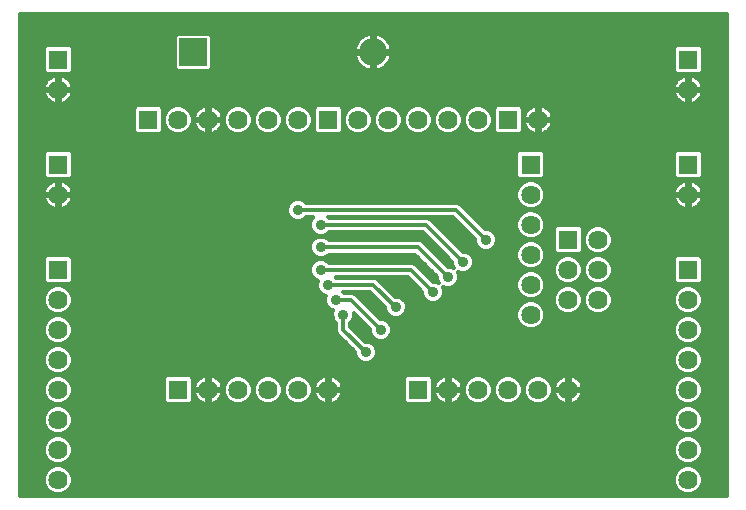
<source format=gbl>
G75*
G70*
%OFA0B0*%
%FSLAX24Y24*%
%IPPOS*%
%LPD*%
%AMOC8*
5,1,8,0,0,1.08239X$1,22.5*
%
%ADD10R,0.0640X0.0640*%
%ADD11C,0.0640*%
%ADD12R,0.0920X0.0920*%
%ADD13C,0.0920*%
%ADD14C,0.0360*%
%ADD15C,0.0120*%
D10*
X005661Y003911D03*
X001661Y007911D03*
X001661Y011411D03*
X004661Y012911D03*
X001661Y014911D03*
X010661Y012911D03*
X016661Y012911D03*
X017411Y011411D03*
X018661Y008911D03*
X022661Y007911D03*
X022661Y011411D03*
X022661Y014911D03*
X013661Y003911D03*
D11*
X014661Y003911D03*
X015661Y003911D03*
X016661Y003911D03*
X017661Y003911D03*
X018661Y003911D03*
X017411Y006411D03*
X018661Y006911D03*
X019661Y006911D03*
X019661Y007911D03*
X018661Y007911D03*
X017411Y007411D03*
X017411Y008411D03*
X017411Y009411D03*
X017411Y010411D03*
X019661Y008911D03*
X022661Y010411D03*
X022661Y006911D03*
X022661Y005911D03*
X022661Y004911D03*
X022661Y003911D03*
X022661Y002911D03*
X022661Y001911D03*
X022661Y000911D03*
X010661Y003911D03*
X009661Y003911D03*
X008661Y003911D03*
X007661Y003911D03*
X006661Y003911D03*
X001661Y003911D03*
X001661Y002911D03*
X001661Y001911D03*
X001661Y000911D03*
X001661Y004911D03*
X001661Y005911D03*
X001661Y006911D03*
X001661Y010411D03*
X005661Y012911D03*
X006661Y012911D03*
X007661Y012911D03*
X008661Y012911D03*
X009661Y012911D03*
X011661Y012911D03*
X012661Y012911D03*
X013661Y012911D03*
X014661Y012911D03*
X015661Y012911D03*
X017661Y012911D03*
X022661Y013911D03*
X001661Y013911D03*
D12*
X006161Y015161D03*
D13*
X012161Y015161D03*
D14*
X012161Y011911D03*
X011161Y011911D03*
X010161Y011911D03*
X009161Y011911D03*
X009661Y009911D03*
X010411Y009411D03*
X010411Y008661D03*
X010411Y007911D03*
X010661Y007411D03*
X010911Y006911D03*
X011161Y006411D03*
X012411Y005911D03*
X012911Y006661D03*
X014161Y007161D03*
X014661Y007661D03*
X015161Y008161D03*
X015911Y008911D03*
X016411Y008011D03*
X011911Y005161D03*
X013161Y011911D03*
X014161Y011911D03*
X015211Y011911D03*
D15*
X000371Y016451D02*
X000371Y000371D01*
X023944Y000371D01*
X023951Y016451D01*
X000371Y016451D01*
X000371Y016402D02*
X023951Y016402D01*
X023951Y016283D02*
X000371Y016283D01*
X000371Y016165D02*
X023951Y016165D01*
X023951Y016046D02*
X000371Y016046D01*
X000371Y015928D02*
X023951Y015928D01*
X023951Y015809D02*
X000371Y015809D01*
X000371Y015690D02*
X005544Y015690D01*
X005541Y015688D02*
X005541Y014635D01*
X005635Y014541D01*
X006688Y014541D01*
X006781Y014635D01*
X006781Y015688D01*
X006688Y015781D01*
X005635Y015781D01*
X005541Y015688D01*
X005541Y015572D02*
X000371Y015572D01*
X000371Y015453D02*
X005541Y015453D01*
X005541Y015335D02*
X002104Y015335D01*
X002141Y015298D02*
X002048Y015391D01*
X001275Y015391D01*
X001181Y015298D01*
X001181Y014525D01*
X001275Y014431D01*
X002048Y014431D01*
X002141Y014525D01*
X002141Y015298D01*
X002141Y015216D02*
X005541Y015216D01*
X005541Y015098D02*
X002141Y015098D01*
X002141Y014979D02*
X005541Y014979D01*
X005541Y014861D02*
X002141Y014861D01*
X002141Y014742D02*
X005541Y014742D01*
X005553Y014624D02*
X002141Y014624D01*
X002121Y014505D02*
X022201Y014505D01*
X022181Y014525D02*
X022275Y014431D01*
X023048Y014431D01*
X023141Y014525D01*
X023141Y015298D01*
X023048Y015391D01*
X022275Y015391D01*
X022181Y015298D01*
X022181Y014525D01*
X022181Y014624D02*
X012472Y014624D01*
X012486Y014631D02*
X012565Y014688D01*
X012634Y014757D01*
X012691Y014836D01*
X012736Y014923D01*
X012766Y015016D01*
X012780Y015106D01*
X012216Y015106D01*
X012216Y014542D01*
X012306Y014557D01*
X012399Y014587D01*
X012486Y014631D01*
X012619Y014742D02*
X022181Y014742D01*
X022181Y014861D02*
X012704Y014861D01*
X012754Y014979D02*
X022181Y014979D01*
X022181Y015098D02*
X012779Y015098D01*
X012780Y015216D02*
X022181Y015216D01*
X022219Y015335D02*
X012757Y015335D01*
X012766Y015306D02*
X012736Y015399D01*
X012691Y015486D01*
X012634Y015565D01*
X012565Y015634D01*
X012486Y015691D01*
X012399Y015736D01*
X012306Y015766D01*
X012216Y015780D01*
X012216Y015216D01*
X012780Y015216D01*
X012766Y015306D01*
X012708Y015453D02*
X023951Y015453D01*
X023951Y015335D02*
X023104Y015335D01*
X023141Y015216D02*
X023951Y015216D01*
X023951Y015098D02*
X023141Y015098D01*
X023141Y014979D02*
X023951Y014979D01*
X023950Y014861D02*
X023141Y014861D01*
X023141Y014742D02*
X023950Y014742D01*
X023950Y014624D02*
X023141Y014624D01*
X023121Y014505D02*
X023950Y014505D01*
X023950Y014386D02*
X022729Y014386D01*
X022704Y014386D02*
X022619Y014386D01*
X022619Y014390D02*
X022549Y014379D01*
X022477Y014356D01*
X022410Y014322D01*
X022349Y014277D01*
X022295Y014224D01*
X022251Y014163D01*
X022216Y014096D01*
X022193Y014024D01*
X022182Y013954D01*
X022619Y013954D01*
X022619Y014390D01*
X022594Y014386D02*
X001729Y014386D01*
X001704Y014386D02*
X001619Y014386D01*
X001619Y014390D02*
X001549Y014379D01*
X001477Y014356D01*
X001410Y014322D01*
X001349Y014277D01*
X001295Y014224D01*
X001251Y014163D01*
X001216Y014096D01*
X001193Y014024D01*
X001182Y013954D01*
X001619Y013954D01*
X001619Y014390D01*
X001594Y014386D02*
X000371Y014386D01*
X000371Y014268D02*
X001339Y014268D01*
X001244Y014149D02*
X000371Y014149D01*
X000371Y014031D02*
X001195Y014031D01*
X001182Y013869D02*
X001193Y013799D01*
X001216Y013727D01*
X001251Y013660D01*
X001295Y013599D01*
X001349Y013545D01*
X001410Y013501D01*
X001477Y013466D01*
X001549Y013443D01*
X001619Y013432D01*
X001619Y013869D01*
X001704Y013869D01*
X001704Y013954D01*
X002140Y013954D01*
X002129Y014024D01*
X002106Y014096D01*
X002072Y014163D01*
X002027Y014224D01*
X001974Y014277D01*
X001913Y014322D01*
X001846Y014356D01*
X001774Y014379D01*
X001704Y014390D01*
X001704Y013954D01*
X001619Y013954D01*
X001619Y013869D01*
X001182Y013869D01*
X001195Y013794D02*
X000371Y013794D01*
X000371Y013912D02*
X001619Y013912D01*
X001704Y013912D02*
X022619Y013912D01*
X022619Y013954D02*
X022619Y013869D01*
X022704Y013869D01*
X022704Y013954D01*
X023140Y013954D01*
X023129Y014024D01*
X023106Y014096D01*
X023072Y014163D01*
X023027Y014224D01*
X022974Y014277D01*
X022913Y014322D01*
X022846Y014356D01*
X022774Y014379D01*
X022704Y014390D01*
X022704Y013954D01*
X022619Y013954D01*
X022619Y014031D02*
X022704Y014031D01*
X022704Y014149D02*
X022619Y014149D01*
X022619Y014268D02*
X022704Y014268D01*
X022983Y014268D02*
X023950Y014268D01*
X023950Y014149D02*
X023079Y014149D01*
X023127Y014031D02*
X023950Y014031D01*
X023950Y013912D02*
X022704Y013912D01*
X022704Y013869D02*
X023140Y013869D01*
X023129Y013799D01*
X023106Y013727D01*
X023072Y013660D01*
X023027Y013599D01*
X022974Y013545D01*
X022913Y013501D01*
X022846Y013466D01*
X022774Y013443D01*
X022704Y013432D01*
X022704Y013869D01*
X022704Y013794D02*
X022619Y013794D01*
X022619Y013869D02*
X022619Y013432D01*
X022549Y013443D01*
X022477Y013466D01*
X022410Y013501D01*
X022349Y013545D01*
X022295Y013599D01*
X022251Y013660D01*
X022216Y013727D01*
X022193Y013799D01*
X022182Y013869D01*
X022619Y013869D01*
X022619Y013675D02*
X022704Y013675D01*
X022704Y013557D02*
X022619Y013557D01*
X022619Y013438D02*
X022704Y013438D01*
X022742Y013438D02*
X023950Y013438D01*
X023950Y013320D02*
X017916Y013320D01*
X017913Y013322D02*
X017846Y013356D01*
X017774Y013379D01*
X017704Y013390D01*
X017704Y012954D01*
X017619Y012954D01*
X017619Y013390D01*
X017549Y013379D01*
X017477Y013356D01*
X017410Y013322D01*
X017349Y013277D01*
X017295Y013224D01*
X017251Y013163D01*
X017216Y013096D01*
X017193Y013024D01*
X017182Y012954D01*
X017619Y012954D01*
X017619Y012869D01*
X017182Y012869D01*
X017193Y012799D01*
X017216Y012727D01*
X017251Y012660D01*
X017295Y012599D01*
X017349Y012545D01*
X017410Y012501D01*
X017477Y012466D01*
X017549Y012443D01*
X017619Y012432D01*
X017619Y012869D01*
X017704Y012869D01*
X017704Y012954D01*
X018140Y012954D01*
X018129Y013024D01*
X018106Y013096D01*
X018072Y013163D01*
X018027Y013224D01*
X017974Y013277D01*
X017913Y013322D01*
X018044Y013201D02*
X023950Y013201D01*
X023950Y013082D02*
X018110Y013082D01*
X018139Y012964D02*
X023950Y012964D01*
X023949Y012845D02*
X018137Y012845D01*
X018140Y012869D02*
X017704Y012869D01*
X017704Y012432D01*
X017774Y012443D01*
X017846Y012466D01*
X017913Y012501D01*
X017974Y012545D01*
X018027Y012599D01*
X018072Y012660D01*
X018106Y012727D01*
X018129Y012799D01*
X018140Y012869D01*
X018106Y012727D02*
X023949Y012727D01*
X023949Y012608D02*
X018034Y012608D01*
X017891Y012490D02*
X023949Y012490D01*
X023949Y012371D02*
X000371Y012371D01*
X000371Y012253D02*
X023949Y012253D01*
X023949Y012134D02*
X000371Y012134D01*
X000371Y012016D02*
X023949Y012016D01*
X023949Y011897D02*
X000371Y011897D01*
X000371Y011779D02*
X001181Y011779D01*
X001181Y011798D02*
X001275Y011891D01*
X002048Y011891D01*
X002141Y011798D01*
X002141Y011025D01*
X002048Y010931D01*
X001275Y010931D01*
X001181Y011025D01*
X001181Y011798D01*
X001181Y011660D02*
X000371Y011660D01*
X000371Y011541D02*
X001181Y011541D01*
X001181Y011423D02*
X000371Y011423D01*
X000371Y011304D02*
X001181Y011304D01*
X001181Y011186D02*
X000371Y011186D01*
X000371Y011067D02*
X001181Y011067D01*
X001258Y010949D02*
X000371Y010949D01*
X000371Y010830D02*
X001426Y010830D01*
X001410Y010822D02*
X001349Y010777D01*
X001295Y010724D01*
X001251Y010663D01*
X001216Y010596D01*
X001193Y010524D01*
X001182Y010454D01*
X001619Y010454D01*
X001619Y010890D01*
X001549Y010879D01*
X001477Y010856D01*
X001410Y010822D01*
X001286Y010712D02*
X000371Y010712D01*
X000371Y010593D02*
X001216Y010593D01*
X001185Y010475D02*
X000371Y010475D01*
X000371Y010356D02*
X001184Y010356D01*
X001182Y010369D02*
X001193Y010299D01*
X001216Y010227D01*
X001251Y010160D01*
X001295Y010099D01*
X001349Y010045D01*
X001410Y010001D01*
X001477Y009966D01*
X001549Y009943D01*
X001619Y009932D01*
X001619Y010369D01*
X001704Y010369D01*
X001704Y010454D01*
X002140Y010454D01*
X002129Y010524D01*
X002106Y010596D01*
X002072Y010663D01*
X002027Y010724D01*
X001974Y010777D01*
X001913Y010822D01*
X001846Y010856D01*
X001774Y010879D01*
X001704Y010890D01*
X001704Y010454D01*
X001619Y010454D01*
X001619Y010369D01*
X001182Y010369D01*
X001213Y010237D02*
X000371Y010237D01*
X000371Y010119D02*
X001280Y010119D01*
X001410Y010000D02*
X000371Y010000D01*
X000371Y009882D02*
X009301Y009882D01*
X009301Y009840D02*
X009356Y009707D01*
X009457Y009606D01*
X009590Y009551D01*
X009733Y009551D01*
X009865Y009606D01*
X009930Y009671D01*
X010162Y009671D01*
X010106Y009615D01*
X010051Y009483D01*
X010051Y009340D01*
X010106Y009207D01*
X010207Y009106D01*
X010340Y009051D01*
X010483Y009051D01*
X010615Y009106D01*
X010680Y009171D01*
X013812Y009171D01*
X014801Y008182D01*
X014801Y008090D01*
X014850Y007973D01*
X014733Y008021D01*
X014641Y008021D01*
X013865Y008797D01*
X013797Y008865D01*
X013709Y008901D01*
X010680Y008901D01*
X010615Y008966D01*
X010483Y009021D01*
X010340Y009021D01*
X010207Y008966D01*
X010106Y008865D01*
X010051Y008733D01*
X010051Y008590D01*
X010106Y008457D01*
X010207Y008356D01*
X010340Y008301D01*
X010483Y008301D01*
X010615Y008356D01*
X010680Y008421D01*
X013562Y008421D01*
X014301Y007682D01*
X014301Y007590D01*
X014350Y007473D01*
X014233Y007521D01*
X014141Y007521D01*
X013615Y008047D01*
X013547Y008115D01*
X013459Y008151D01*
X010680Y008151D01*
X010615Y008216D01*
X010483Y008271D01*
X010340Y008271D01*
X010207Y008216D01*
X010106Y008115D01*
X010051Y007983D01*
X010051Y007840D01*
X010106Y007707D01*
X010207Y007606D01*
X010331Y007555D01*
X010301Y007483D01*
X010301Y007340D01*
X010356Y007207D01*
X010457Y007106D01*
X010581Y007055D01*
X010551Y006983D01*
X010551Y006840D01*
X010606Y006707D01*
X010707Y006606D01*
X010831Y006555D01*
X010801Y006483D01*
X010801Y006340D01*
X010856Y006207D01*
X010921Y006142D01*
X010921Y005864D01*
X010958Y005775D01*
X011025Y005708D01*
X011551Y005182D01*
X011551Y005090D01*
X011606Y004957D01*
X011707Y004856D01*
X011840Y004801D01*
X011983Y004801D01*
X012115Y004856D01*
X012216Y004957D01*
X012271Y005090D01*
X012271Y005233D01*
X012216Y005365D01*
X012115Y005466D01*
X011983Y005521D01*
X011891Y005521D01*
X011401Y006011D01*
X011401Y006142D01*
X011466Y006207D01*
X011776Y006207D01*
X011658Y006326D02*
X011515Y006326D01*
X011521Y006340D02*
X011521Y006462D01*
X012051Y005932D01*
X012051Y005840D01*
X012106Y005707D01*
X012207Y005606D01*
X012340Y005551D01*
X012483Y005551D01*
X012615Y005606D01*
X012716Y005707D01*
X012771Y005840D01*
X012771Y005983D01*
X012716Y006115D01*
X012615Y006216D01*
X012483Y006271D01*
X012391Y006271D01*
X011615Y007047D01*
X011547Y007115D01*
X011459Y007151D01*
X011180Y007151D01*
X011160Y007171D01*
X012062Y007171D01*
X012551Y006682D01*
X012551Y006590D01*
X012606Y006457D01*
X012707Y006356D01*
X012840Y006301D01*
X012983Y006301D01*
X013115Y006356D01*
X013216Y006457D01*
X013271Y006590D01*
X013271Y006733D01*
X013216Y006865D01*
X013115Y006966D01*
X012983Y007021D01*
X012891Y007021D01*
X012365Y007547D01*
X012297Y007615D01*
X012209Y007651D01*
X010930Y007651D01*
X010910Y007671D01*
X013312Y007671D01*
X013801Y007182D01*
X013801Y007090D01*
X013856Y006957D01*
X013957Y006856D01*
X014090Y006801D01*
X014233Y006801D01*
X014365Y006856D01*
X014466Y006957D01*
X014521Y007090D01*
X014521Y007233D01*
X014473Y007350D01*
X014590Y007301D01*
X014733Y007301D01*
X014865Y007356D01*
X014966Y007457D01*
X015021Y007590D01*
X015021Y007733D01*
X014973Y007850D01*
X015090Y007801D01*
X015233Y007801D01*
X015365Y007856D01*
X015466Y007957D01*
X015521Y008090D01*
X015521Y008233D01*
X015466Y008365D01*
X015365Y008466D01*
X015233Y008521D01*
X015141Y008521D01*
X014115Y009547D01*
X014047Y009615D01*
X013959Y009651D01*
X010680Y009651D01*
X010660Y009671D01*
X014812Y009671D01*
X015551Y008932D01*
X015551Y008840D01*
X015606Y008707D01*
X015707Y008606D01*
X015840Y008551D01*
X015983Y008551D01*
X016115Y008606D01*
X016216Y008707D01*
X016271Y008840D01*
X016271Y008983D01*
X016216Y009115D01*
X016115Y009216D01*
X015983Y009271D01*
X015891Y009271D01*
X015115Y010047D01*
X015047Y010115D01*
X014959Y010151D01*
X009930Y010151D01*
X009865Y010216D01*
X009733Y010271D01*
X009590Y010271D01*
X009457Y010216D01*
X009356Y010115D01*
X009301Y009983D01*
X009301Y009840D01*
X009333Y009763D02*
X000371Y009763D01*
X000371Y009645D02*
X009419Y009645D01*
X009661Y009911D02*
X014911Y009911D01*
X015911Y008911D01*
X016243Y009052D02*
X017092Y009052D01*
X017139Y009004D02*
X017316Y008931D01*
X017507Y008931D01*
X017683Y009004D01*
X017818Y009139D01*
X017891Y009316D01*
X017891Y009507D01*
X017818Y009683D01*
X017683Y009818D01*
X017507Y009891D01*
X017316Y009891D01*
X017139Y009818D01*
X017004Y009683D01*
X016931Y009507D01*
X016931Y009316D01*
X017004Y009139D01*
X017139Y009004D01*
X017310Y008933D02*
X016271Y008933D01*
X016261Y008815D02*
X017136Y008815D01*
X017139Y008818D02*
X017004Y008683D01*
X016931Y008507D01*
X016931Y008316D01*
X017004Y008139D01*
X017139Y008004D01*
X017316Y007931D01*
X017507Y007931D01*
X017683Y008004D01*
X017818Y008139D01*
X017891Y008316D01*
X017891Y008507D01*
X017818Y008683D01*
X017683Y008818D01*
X017507Y008891D01*
X017316Y008891D01*
X017139Y008818D01*
X017018Y008696D02*
X016205Y008696D01*
X016047Y008578D02*
X016961Y008578D01*
X016931Y008459D02*
X015372Y008459D01*
X015477Y008341D02*
X016931Y008341D01*
X016970Y008222D02*
X015521Y008222D01*
X015521Y008104D02*
X017040Y008104D01*
X017186Y007985D02*
X015478Y007985D01*
X015376Y007867D02*
X017256Y007867D01*
X017316Y007891D02*
X017139Y007818D01*
X017004Y007683D01*
X016931Y007507D01*
X016931Y007316D01*
X017004Y007139D01*
X017139Y007004D01*
X017316Y006931D01*
X017507Y006931D01*
X017683Y007004D01*
X017818Y007139D01*
X017891Y007316D01*
X017891Y007507D01*
X017818Y007683D01*
X017683Y007818D01*
X017507Y007891D01*
X017316Y007891D01*
X017566Y007867D02*
X018181Y007867D01*
X018181Y007816D02*
X018254Y007639D01*
X018389Y007504D01*
X018566Y007431D01*
X018757Y007431D01*
X018933Y007504D01*
X019068Y007639D01*
X019141Y007816D01*
X019141Y008007D01*
X019068Y008183D01*
X018933Y008318D01*
X018757Y008391D01*
X018566Y008391D01*
X018389Y008318D01*
X018254Y008183D01*
X018181Y008007D01*
X018181Y007816D01*
X018209Y007748D02*
X017753Y007748D01*
X017840Y007629D02*
X018264Y007629D01*
X018383Y007511D02*
X017889Y007511D01*
X017891Y007392D02*
X023947Y007392D01*
X023947Y007274D02*
X022977Y007274D01*
X022933Y007318D02*
X022757Y007391D01*
X022566Y007391D01*
X022389Y007318D01*
X022254Y007183D01*
X022181Y007007D01*
X022181Y006816D01*
X022254Y006639D01*
X022389Y006504D01*
X022566Y006431D01*
X022757Y006431D01*
X022933Y006504D01*
X023068Y006639D01*
X023141Y006816D01*
X023141Y007007D01*
X023068Y007183D01*
X022933Y007318D01*
X023048Y007431D02*
X023141Y007525D01*
X023141Y008298D01*
X023048Y008391D01*
X022275Y008391D01*
X022181Y008298D01*
X022181Y007525D01*
X022275Y007431D01*
X023048Y007431D01*
X023127Y007511D02*
X023947Y007511D01*
X023947Y007629D02*
X023141Y007629D01*
X023141Y007748D02*
X023947Y007748D01*
X023947Y007867D02*
X023141Y007867D01*
X023141Y007985D02*
X023947Y007985D01*
X023947Y008104D02*
X023141Y008104D01*
X023141Y008222D02*
X023947Y008222D01*
X023947Y008341D02*
X023098Y008341D01*
X022224Y008341D02*
X019879Y008341D01*
X019933Y008318D02*
X019757Y008391D01*
X019566Y008391D01*
X019389Y008318D01*
X019254Y008183D01*
X019181Y008007D01*
X019181Y007816D01*
X019254Y007639D01*
X019389Y007504D01*
X019566Y007431D01*
X019757Y007431D01*
X019933Y007504D01*
X020068Y007639D01*
X020141Y007816D01*
X020141Y008007D01*
X020068Y008183D01*
X019933Y008318D01*
X020029Y008222D02*
X022181Y008222D01*
X022181Y008104D02*
X020101Y008104D01*
X020141Y007985D02*
X022181Y007985D01*
X022181Y007867D02*
X020141Y007867D01*
X020113Y007748D02*
X022181Y007748D01*
X022181Y007629D02*
X020058Y007629D01*
X019940Y007511D02*
X022195Y007511D01*
X022345Y007274D02*
X019977Y007274D01*
X019933Y007318D02*
X020068Y007183D01*
X020141Y007007D01*
X020141Y006816D01*
X020068Y006639D01*
X019933Y006504D01*
X019757Y006431D01*
X019566Y006431D01*
X019389Y006504D01*
X019254Y006639D01*
X019181Y006816D01*
X019181Y007007D01*
X019254Y007183D01*
X019389Y007318D01*
X019566Y007391D01*
X019757Y007391D01*
X019933Y007318D01*
X020080Y007155D02*
X022243Y007155D01*
X022194Y007037D02*
X020129Y007037D01*
X020141Y006918D02*
X022181Y006918D01*
X022188Y006800D02*
X020135Y006800D01*
X020085Y006681D02*
X022237Y006681D01*
X022331Y006563D02*
X019991Y006563D01*
X019788Y006444D02*
X022535Y006444D01*
X022566Y006391D02*
X022389Y006318D01*
X022254Y006183D01*
X022181Y006007D01*
X022181Y005816D01*
X022254Y005639D01*
X022389Y005504D01*
X022566Y005431D01*
X022757Y005431D01*
X022933Y005504D01*
X023068Y005639D01*
X023141Y005816D01*
X023141Y006007D01*
X023068Y006183D01*
X022933Y006318D01*
X022757Y006391D01*
X022566Y006391D01*
X022407Y006326D02*
X017891Y006326D01*
X017891Y006316D02*
X017818Y006139D01*
X017683Y006004D01*
X017507Y005931D01*
X017316Y005931D01*
X017139Y006004D01*
X017004Y006139D01*
X016931Y006316D01*
X016931Y006507D01*
X017004Y006683D01*
X017139Y006818D01*
X017316Y006891D01*
X017507Y006891D01*
X017683Y006818D01*
X017818Y006683D01*
X017891Y006507D01*
X017891Y006316D01*
X017846Y006207D02*
X022278Y006207D01*
X022215Y006088D02*
X017767Y006088D01*
X017600Y005970D02*
X022181Y005970D01*
X022181Y005851D02*
X012771Y005851D01*
X012771Y005970D02*
X017222Y005970D01*
X017055Y006088D02*
X012728Y006088D01*
X012625Y006207D02*
X016976Y006207D01*
X016931Y006326D02*
X013041Y006326D01*
X013203Y006444D02*
X016931Y006444D01*
X016954Y006563D02*
X013260Y006563D01*
X013271Y006681D02*
X017004Y006681D01*
X017121Y006800D02*
X013244Y006800D01*
X013163Y006918D02*
X013895Y006918D01*
X013823Y007037D02*
X012875Y007037D01*
X012757Y007155D02*
X013801Y007155D01*
X013709Y007274D02*
X012638Y007274D01*
X012519Y007392D02*
X013591Y007392D01*
X013472Y007511D02*
X012401Y007511D01*
X012261Y007629D02*
X013354Y007629D01*
X013411Y007911D02*
X010411Y007911D01*
X010089Y007748D02*
X002141Y007748D01*
X002141Y007629D02*
X010184Y007629D01*
X010313Y007511D02*
X002127Y007511D01*
X002141Y007525D02*
X002141Y008298D01*
X002048Y008391D01*
X001275Y008391D01*
X001181Y008298D01*
X001181Y007525D01*
X001275Y007431D01*
X002048Y007431D01*
X002141Y007525D01*
X001933Y007318D02*
X001757Y007391D01*
X001566Y007391D01*
X001389Y007318D01*
X001254Y007183D01*
X001181Y007007D01*
X001181Y006816D01*
X001254Y006639D01*
X001389Y006504D01*
X001566Y006431D01*
X001757Y006431D01*
X001933Y006504D01*
X002068Y006639D01*
X002141Y006816D01*
X002141Y007007D01*
X002068Y007183D01*
X001933Y007318D01*
X001977Y007274D02*
X010328Y007274D01*
X010301Y007392D02*
X000371Y007392D01*
X000371Y007274D02*
X001345Y007274D01*
X001243Y007155D02*
X000371Y007155D01*
X000371Y007037D02*
X001194Y007037D01*
X001181Y006918D02*
X000371Y006918D01*
X000371Y006800D02*
X001188Y006800D01*
X001237Y006681D02*
X000371Y006681D01*
X000371Y006563D02*
X001331Y006563D01*
X001535Y006444D02*
X000371Y006444D01*
X000371Y006326D02*
X001407Y006326D01*
X001389Y006318D02*
X001254Y006183D01*
X001181Y006007D01*
X001181Y005816D01*
X001254Y005639D01*
X001389Y005504D01*
X001566Y005431D01*
X001757Y005431D01*
X001933Y005504D01*
X002068Y005639D01*
X002141Y005816D01*
X002141Y006007D01*
X002068Y006183D01*
X001933Y006318D01*
X001757Y006391D01*
X001566Y006391D01*
X001389Y006318D01*
X001278Y006207D02*
X000371Y006207D01*
X000371Y006088D02*
X001215Y006088D01*
X001181Y005970D02*
X000371Y005970D01*
X000371Y005851D02*
X001181Y005851D01*
X001216Y005733D02*
X000371Y005733D01*
X000371Y005614D02*
X001279Y005614D01*
X001410Y005496D02*
X000371Y005496D01*
X000371Y005377D02*
X001532Y005377D01*
X001566Y005391D02*
X001389Y005318D01*
X001254Y005183D01*
X001181Y005007D01*
X001181Y004816D01*
X001254Y004639D01*
X001389Y004504D01*
X001566Y004431D01*
X001757Y004431D01*
X001933Y004504D01*
X002068Y004639D01*
X002141Y004816D01*
X002141Y005007D01*
X002068Y005183D01*
X001933Y005318D01*
X001757Y005391D01*
X001566Y005391D01*
X001791Y005377D02*
X011356Y005377D01*
X011474Y005259D02*
X001993Y005259D01*
X002086Y005140D02*
X011551Y005140D01*
X011579Y005022D02*
X002135Y005022D01*
X002141Y004903D02*
X011660Y004903D01*
X011911Y005161D02*
X011161Y005911D01*
X011161Y006411D01*
X010801Y006444D02*
X001788Y006444D01*
X001915Y006326D02*
X010807Y006326D01*
X010856Y006207D02*
X002044Y006207D01*
X002107Y006088D02*
X010921Y006088D01*
X010921Y005970D02*
X002141Y005970D01*
X002141Y005851D02*
X010926Y005851D01*
X011000Y005733D02*
X002107Y005733D01*
X002043Y005614D02*
X011119Y005614D01*
X011237Y005496D02*
X001912Y005496D01*
X001330Y005259D02*
X000371Y005259D01*
X000371Y005140D02*
X001236Y005140D01*
X001187Y005022D02*
X000371Y005022D01*
X000371Y004903D02*
X001181Y004903D01*
X001194Y004784D02*
X000371Y004784D01*
X000371Y004666D02*
X001243Y004666D01*
X001346Y004547D02*
X000371Y004547D01*
X000371Y004429D02*
X023945Y004429D01*
X023946Y004547D02*
X022976Y004547D01*
X022933Y004504D02*
X023068Y004639D01*
X023141Y004816D01*
X023141Y005007D01*
X023068Y005183D01*
X022933Y005318D01*
X022757Y005391D01*
X022566Y005391D01*
X022389Y005318D01*
X022254Y005183D01*
X022181Y005007D01*
X022181Y004816D01*
X022254Y004639D01*
X022389Y004504D01*
X022566Y004431D01*
X022757Y004431D01*
X022933Y004504D01*
X022933Y004318D02*
X022757Y004391D01*
X022566Y004391D01*
X022389Y004318D01*
X022254Y004183D01*
X022181Y004007D01*
X022181Y003816D01*
X022254Y003639D01*
X022389Y003504D01*
X022566Y003431D01*
X022757Y003431D01*
X022933Y003504D01*
X023068Y003639D01*
X023141Y003816D01*
X023141Y004007D01*
X023068Y004183D01*
X022933Y004318D01*
X022941Y004310D02*
X023945Y004310D01*
X023945Y004192D02*
X023060Y004192D01*
X023114Y004073D02*
X023945Y004073D01*
X023945Y003955D02*
X023141Y003955D01*
X023141Y003836D02*
X023945Y003836D01*
X023945Y003718D02*
X023101Y003718D01*
X023028Y003599D02*
X023945Y003599D01*
X023945Y003480D02*
X022876Y003480D01*
X022827Y003362D02*
X023945Y003362D01*
X023945Y003243D02*
X023008Y003243D01*
X023068Y003183D02*
X022933Y003318D01*
X022757Y003391D01*
X022566Y003391D01*
X022389Y003318D01*
X022254Y003183D01*
X022181Y003007D01*
X022181Y002816D01*
X022254Y002639D01*
X022389Y002504D01*
X022566Y002431D01*
X022757Y002431D01*
X022933Y002504D01*
X023068Y002639D01*
X023141Y002816D01*
X023141Y003007D01*
X023068Y003183D01*
X023092Y003125D02*
X023945Y003125D01*
X023945Y003006D02*
X023141Y003006D01*
X023141Y002888D02*
X023945Y002888D01*
X023945Y002769D02*
X023122Y002769D01*
X023073Y002651D02*
X023945Y002651D01*
X023945Y002532D02*
X022961Y002532D01*
X022933Y002318D02*
X022757Y002391D01*
X022566Y002391D01*
X022389Y002318D01*
X022254Y002183D01*
X022181Y002007D01*
X022181Y001816D01*
X022254Y001639D01*
X022389Y001504D01*
X022566Y001431D01*
X022757Y001431D01*
X022933Y001504D01*
X023068Y001639D01*
X023141Y001816D01*
X023141Y002007D01*
X023068Y002183D01*
X022933Y002318D01*
X022956Y002295D02*
X023944Y002295D01*
X023944Y002176D02*
X023071Y002176D01*
X023120Y002058D02*
X023944Y002058D01*
X023944Y001939D02*
X023141Y001939D01*
X023141Y001821D02*
X023944Y001821D01*
X023944Y001702D02*
X023094Y001702D01*
X023013Y001584D02*
X023944Y001584D01*
X023944Y001465D02*
X022839Y001465D01*
X022757Y001391D02*
X022566Y001391D01*
X022389Y001318D01*
X022254Y001183D01*
X022181Y001007D01*
X022181Y000816D01*
X022254Y000639D01*
X022389Y000504D01*
X022566Y000431D01*
X022757Y000431D01*
X022933Y000504D01*
X023068Y000639D01*
X023141Y000816D01*
X023141Y001007D01*
X023068Y001183D01*
X022933Y001318D01*
X022757Y001391D01*
X022864Y001347D02*
X023944Y001347D01*
X023944Y001228D02*
X023023Y001228D01*
X023099Y001110D02*
X023944Y001110D01*
X023944Y000991D02*
X023141Y000991D01*
X023141Y000873D02*
X023944Y000873D01*
X023944Y000754D02*
X023116Y000754D01*
X023064Y000635D02*
X023944Y000635D01*
X023944Y000517D02*
X022946Y000517D01*
X022377Y000517D02*
X001946Y000517D01*
X001933Y000504D02*
X002068Y000639D01*
X002141Y000816D01*
X002141Y001007D01*
X002068Y001183D01*
X001933Y001318D01*
X001757Y001391D01*
X001566Y001391D01*
X001389Y001318D01*
X001254Y001183D01*
X001181Y001007D01*
X001181Y000816D01*
X001254Y000639D01*
X001389Y000504D01*
X001566Y000431D01*
X001757Y000431D01*
X001933Y000504D01*
X002064Y000635D02*
X022258Y000635D01*
X022207Y000754D02*
X002116Y000754D01*
X002141Y000873D02*
X022181Y000873D01*
X022181Y000991D02*
X002141Y000991D01*
X002099Y001110D02*
X022224Y001110D01*
X022299Y001228D02*
X002023Y001228D01*
X001864Y001347D02*
X022458Y001347D01*
X022484Y001465D02*
X001839Y001465D01*
X001757Y001431D02*
X001933Y001504D01*
X002068Y001639D01*
X002141Y001816D01*
X002141Y002007D01*
X002068Y002183D01*
X001933Y002318D01*
X001757Y002391D01*
X001566Y002391D01*
X001389Y002318D01*
X001254Y002183D01*
X001181Y002007D01*
X001181Y001816D01*
X001254Y001639D01*
X001389Y001504D01*
X001566Y001431D01*
X001757Y001431D01*
X001484Y001465D02*
X000371Y001465D01*
X000371Y001347D02*
X001458Y001347D01*
X001299Y001228D02*
X000371Y001228D01*
X000371Y001110D02*
X001224Y001110D01*
X001181Y000991D02*
X000371Y000991D01*
X000371Y000873D02*
X001181Y000873D01*
X001207Y000754D02*
X000371Y000754D01*
X000371Y000635D02*
X001258Y000635D01*
X001377Y000517D02*
X000371Y000517D01*
X000371Y000398D02*
X023944Y000398D01*
X022310Y001584D02*
X002013Y001584D01*
X002094Y001702D02*
X022228Y001702D01*
X022181Y001821D02*
X002141Y001821D01*
X002141Y001939D02*
X022181Y001939D01*
X022202Y002058D02*
X002120Y002058D01*
X002071Y002176D02*
X022252Y002176D01*
X022366Y002295D02*
X001956Y002295D01*
X001933Y002504D02*
X002068Y002639D01*
X002141Y002816D01*
X002141Y003007D01*
X002068Y003183D01*
X001933Y003318D01*
X001757Y003391D01*
X001566Y003391D01*
X001389Y003318D01*
X001254Y003183D01*
X001181Y003007D01*
X001181Y002816D01*
X001254Y002639D01*
X001389Y002504D01*
X001566Y002431D01*
X001757Y002431D01*
X001933Y002504D01*
X001961Y002532D02*
X022362Y002532D01*
X022250Y002651D02*
X002073Y002651D01*
X002122Y002769D02*
X022201Y002769D01*
X022181Y002888D02*
X002141Y002888D01*
X002141Y003006D02*
X022181Y003006D01*
X022230Y003125D02*
X002092Y003125D01*
X002008Y003243D02*
X022315Y003243D01*
X022495Y003362D02*
X001827Y003362D01*
X001757Y003431D02*
X001566Y003431D01*
X001389Y003504D01*
X001254Y003639D01*
X001181Y003816D01*
X001181Y004007D01*
X001254Y004183D01*
X001389Y004318D01*
X001566Y004391D01*
X001757Y004391D01*
X001933Y004318D01*
X002068Y004183D01*
X002141Y004007D01*
X002141Y003816D01*
X002068Y003639D01*
X001933Y003504D01*
X001757Y003431D01*
X001876Y003480D02*
X005226Y003480D01*
X005181Y003525D02*
X005275Y003431D01*
X006048Y003431D01*
X006141Y003525D01*
X006141Y004298D01*
X006048Y004391D01*
X005275Y004391D01*
X005181Y004298D01*
X005181Y003525D01*
X005181Y003599D02*
X002028Y003599D01*
X002101Y003718D02*
X005181Y003718D01*
X005181Y003836D02*
X002141Y003836D01*
X002141Y003955D02*
X005181Y003955D01*
X005181Y004073D02*
X002114Y004073D01*
X002060Y004192D02*
X005181Y004192D01*
X005194Y004310D02*
X001941Y004310D01*
X001976Y004547D02*
X022346Y004547D01*
X022243Y004666D02*
X002079Y004666D01*
X002128Y004784D02*
X022194Y004784D01*
X022181Y004903D02*
X012162Y004903D01*
X012243Y005022D02*
X022187Y005022D01*
X022236Y005140D02*
X012271Y005140D01*
X012261Y005259D02*
X022330Y005259D01*
X022532Y005377D02*
X012204Y005377D01*
X012044Y005496D02*
X022410Y005496D01*
X022279Y005614D02*
X012623Y005614D01*
X012727Y005733D02*
X022216Y005733D01*
X022791Y005377D02*
X023946Y005377D01*
X023946Y005259D02*
X022993Y005259D01*
X023086Y005140D02*
X023946Y005140D01*
X023946Y005022D02*
X023135Y005022D01*
X023141Y004903D02*
X023946Y004903D01*
X023946Y004784D02*
X023128Y004784D01*
X023079Y004666D02*
X023946Y004666D01*
X023946Y005496D02*
X022912Y005496D01*
X023043Y005614D02*
X023946Y005614D01*
X023946Y005733D02*
X023107Y005733D01*
X023141Y005851D02*
X023946Y005851D01*
X023946Y005970D02*
X023141Y005970D01*
X023107Y006088D02*
X023946Y006088D01*
X023946Y006207D02*
X023044Y006207D01*
X022915Y006326D02*
X023946Y006326D01*
X023946Y006444D02*
X022788Y006444D01*
X022991Y006563D02*
X023946Y006563D01*
X023947Y006681D02*
X023085Y006681D01*
X023135Y006800D02*
X023947Y006800D01*
X023947Y006918D02*
X023141Y006918D01*
X023129Y007037D02*
X023947Y007037D01*
X023947Y007155D02*
X023080Y007155D01*
X023947Y008459D02*
X019824Y008459D01*
X019757Y008431D02*
X019933Y008504D01*
X020068Y008639D01*
X020141Y008816D01*
X020141Y009007D01*
X020068Y009183D01*
X019933Y009318D01*
X019757Y009391D01*
X019566Y009391D01*
X019389Y009318D01*
X019254Y009183D01*
X019181Y009007D01*
X019181Y008816D01*
X019254Y008639D01*
X019389Y008504D01*
X019566Y008431D01*
X019757Y008431D01*
X019498Y008459D02*
X019076Y008459D01*
X019048Y008431D02*
X019141Y008525D01*
X019141Y009298D01*
X019048Y009391D01*
X018275Y009391D01*
X018181Y009298D01*
X018181Y008525D01*
X018275Y008431D01*
X019048Y008431D01*
X019141Y008578D02*
X019316Y008578D01*
X019231Y008696D02*
X019141Y008696D01*
X019141Y008815D02*
X019182Y008815D01*
X019181Y008933D02*
X019141Y008933D01*
X019141Y009052D02*
X019200Y009052D01*
X019249Y009171D02*
X019141Y009171D01*
X019141Y009289D02*
X019360Y009289D01*
X019962Y009289D02*
X023948Y009289D01*
X023948Y009171D02*
X020073Y009171D01*
X020122Y009052D02*
X023948Y009052D01*
X023948Y008933D02*
X020141Y008933D01*
X020141Y008815D02*
X023948Y008815D01*
X023947Y008696D02*
X020092Y008696D01*
X020007Y008578D02*
X023947Y008578D01*
X023948Y009408D02*
X017891Y009408D01*
X017883Y009526D02*
X023948Y009526D01*
X023948Y009645D02*
X017834Y009645D01*
X017738Y009763D02*
X023948Y009763D01*
X023948Y009882D02*
X017529Y009882D01*
X017507Y009931D02*
X017683Y010004D01*
X017818Y010139D01*
X017891Y010316D01*
X017891Y010507D01*
X017818Y010683D01*
X017683Y010818D01*
X017507Y010891D01*
X017316Y010891D01*
X017139Y010818D01*
X017004Y010683D01*
X016931Y010507D01*
X016931Y010316D01*
X017004Y010139D01*
X017139Y010004D01*
X017316Y009931D01*
X017507Y009931D01*
X017674Y010000D02*
X022410Y010000D01*
X022410Y010001D02*
X022477Y009966D01*
X022549Y009943D01*
X022619Y009932D01*
X022619Y010369D01*
X022704Y010369D01*
X022704Y010454D01*
X023140Y010454D01*
X023129Y010524D01*
X023106Y010596D01*
X023072Y010663D01*
X023027Y010724D01*
X022974Y010777D01*
X022913Y010822D01*
X022846Y010856D01*
X022774Y010879D01*
X022704Y010890D01*
X022704Y010454D01*
X022619Y010454D01*
X022619Y010890D01*
X022549Y010879D01*
X022477Y010856D01*
X022410Y010822D01*
X022349Y010777D01*
X022295Y010724D01*
X022251Y010663D01*
X022216Y010596D01*
X022193Y010524D01*
X022182Y010454D01*
X022619Y010454D01*
X022619Y010369D01*
X022182Y010369D01*
X022193Y010299D01*
X022216Y010227D01*
X022251Y010160D01*
X022295Y010099D01*
X022349Y010045D01*
X022410Y010001D01*
X022280Y010119D02*
X017798Y010119D01*
X017859Y010237D02*
X022213Y010237D01*
X022184Y010356D02*
X017891Y010356D01*
X017891Y010475D02*
X022185Y010475D01*
X022216Y010593D02*
X017855Y010593D01*
X017790Y010712D02*
X022286Y010712D01*
X022426Y010830D02*
X017654Y010830D01*
X017798Y010931D02*
X017891Y011025D01*
X017891Y011798D01*
X017798Y011891D01*
X017025Y011891D01*
X016931Y011798D01*
X016931Y011025D01*
X017025Y010931D01*
X017798Y010931D01*
X017815Y010949D02*
X022258Y010949D01*
X022275Y010931D02*
X022181Y011025D01*
X022181Y011798D01*
X022275Y011891D01*
X023048Y011891D01*
X023141Y011798D01*
X023141Y011025D01*
X023048Y010931D01*
X022275Y010931D01*
X022181Y011067D02*
X017891Y011067D01*
X017891Y011186D02*
X022181Y011186D01*
X022181Y011304D02*
X017891Y011304D01*
X017891Y011423D02*
X022181Y011423D01*
X022181Y011541D02*
X017891Y011541D01*
X017891Y011660D02*
X022181Y011660D01*
X022181Y011779D02*
X017891Y011779D01*
X016931Y011779D02*
X002141Y011779D01*
X002141Y011660D02*
X016931Y011660D01*
X016931Y011541D02*
X002141Y011541D01*
X002141Y011423D02*
X016931Y011423D01*
X016931Y011304D02*
X002141Y011304D01*
X002141Y011186D02*
X016931Y011186D01*
X016931Y011067D02*
X002141Y011067D01*
X002065Y010949D02*
X017008Y010949D01*
X017168Y010830D02*
X001896Y010830D01*
X002036Y010712D02*
X017033Y010712D01*
X016967Y010593D02*
X002107Y010593D01*
X002137Y010475D02*
X016931Y010475D01*
X016931Y010356D02*
X002138Y010356D01*
X002140Y010369D02*
X001704Y010369D01*
X001704Y009932D01*
X001774Y009943D01*
X001846Y009966D01*
X001913Y010001D01*
X001974Y010045D01*
X002027Y010099D01*
X002072Y010160D01*
X002106Y010227D01*
X002129Y010299D01*
X002140Y010369D01*
X002109Y010237D02*
X009508Y010237D01*
X009360Y010119D02*
X002042Y010119D01*
X001912Y010000D02*
X009309Y010000D01*
X009814Y010237D02*
X016964Y010237D01*
X017025Y010119D02*
X015037Y010119D01*
X015162Y010000D02*
X017149Y010000D01*
X017293Y009882D02*
X015280Y009882D01*
X015399Y009763D02*
X017084Y009763D01*
X016988Y009645D02*
X015517Y009645D01*
X015636Y009526D02*
X016939Y009526D01*
X016931Y009408D02*
X015754Y009408D01*
X015873Y009289D02*
X016942Y009289D01*
X016991Y009171D02*
X016161Y009171D01*
X015550Y008933D02*
X014728Y008933D01*
X014847Y008815D02*
X015561Y008815D01*
X015617Y008696D02*
X014966Y008696D01*
X015084Y008578D02*
X015775Y008578D01*
X015161Y008161D02*
X013911Y009411D01*
X010411Y009411D01*
X010051Y009408D02*
X000371Y009408D01*
X000371Y009526D02*
X010069Y009526D01*
X010136Y009645D02*
X009904Y009645D01*
X010072Y009289D02*
X000371Y009289D01*
X000371Y009171D02*
X010143Y009171D01*
X010338Y009052D02*
X000371Y009052D01*
X000371Y008933D02*
X010174Y008933D01*
X010085Y008815D02*
X000371Y008815D01*
X000371Y008696D02*
X010051Y008696D01*
X010056Y008578D02*
X000371Y008578D01*
X000371Y008459D02*
X010105Y008459D01*
X010244Y008341D02*
X002098Y008341D01*
X002141Y008222D02*
X010221Y008222D01*
X010101Y008104D02*
X002141Y008104D01*
X002141Y007985D02*
X010052Y007985D01*
X010051Y007867D02*
X002141Y007867D01*
X001224Y008341D02*
X000371Y008341D01*
X000371Y008222D02*
X001181Y008222D01*
X001181Y008104D02*
X000371Y008104D01*
X000371Y007985D02*
X001181Y007985D01*
X001181Y007867D02*
X000371Y007867D01*
X000371Y007748D02*
X001181Y007748D01*
X001181Y007629D02*
X000371Y007629D01*
X000371Y007511D02*
X001195Y007511D01*
X002080Y007155D02*
X010408Y007155D01*
X010574Y007037D02*
X002129Y007037D01*
X002141Y006918D02*
X010551Y006918D01*
X010568Y006800D02*
X002135Y006800D01*
X002085Y006681D02*
X010632Y006681D01*
X010812Y006563D02*
X001991Y006563D01*
X001381Y004310D02*
X000371Y004310D01*
X000371Y004192D02*
X001263Y004192D01*
X001209Y004073D02*
X000371Y004073D01*
X000371Y003955D02*
X001181Y003955D01*
X001181Y003836D02*
X000371Y003836D01*
X000371Y003718D02*
X001222Y003718D01*
X001295Y003599D02*
X000371Y003599D01*
X000371Y003480D02*
X001447Y003480D01*
X001495Y003362D02*
X000371Y003362D01*
X000371Y003243D02*
X001315Y003243D01*
X001230Y003125D02*
X000371Y003125D01*
X000371Y003006D02*
X001181Y003006D01*
X001181Y002888D02*
X000371Y002888D01*
X000371Y002769D02*
X001201Y002769D01*
X001250Y002651D02*
X000371Y002651D01*
X000371Y002532D02*
X001362Y002532D01*
X001366Y002295D02*
X000371Y002295D01*
X000371Y002176D02*
X001252Y002176D01*
X001202Y002058D02*
X000371Y002058D01*
X000371Y001939D02*
X001181Y001939D01*
X001181Y001821D02*
X000371Y001821D01*
X000371Y001702D02*
X001228Y001702D01*
X001310Y001584D02*
X000371Y001584D01*
X000371Y002414D02*
X023944Y002414D01*
X022447Y003480D02*
X018873Y003480D01*
X018846Y003466D02*
X018913Y003501D01*
X018974Y003545D01*
X019027Y003599D01*
X019072Y003660D01*
X019106Y003727D01*
X019129Y003799D01*
X019140Y003869D01*
X018704Y003869D01*
X018704Y003954D01*
X018619Y003954D01*
X018619Y004390D01*
X018549Y004379D01*
X018477Y004356D01*
X018410Y004322D01*
X018349Y004277D01*
X018295Y004224D01*
X018251Y004163D01*
X018216Y004096D01*
X018193Y004024D01*
X018182Y003954D01*
X018619Y003954D01*
X018619Y003869D01*
X018182Y003869D01*
X018193Y003799D01*
X018216Y003727D01*
X018251Y003660D01*
X018295Y003599D01*
X018028Y003599D01*
X018068Y003639D02*
X018141Y003816D01*
X018141Y004007D01*
X018068Y004183D01*
X017933Y004318D01*
X017757Y004391D01*
X017566Y004391D01*
X017389Y004318D01*
X017254Y004183D01*
X017181Y004007D01*
X017181Y003816D01*
X017254Y003639D01*
X017389Y003504D01*
X017566Y003431D01*
X017757Y003431D01*
X017933Y003504D01*
X018068Y003639D01*
X018101Y003718D02*
X018221Y003718D01*
X018187Y003836D02*
X018141Y003836D01*
X018141Y003955D02*
X018182Y003955D01*
X018209Y004073D02*
X018114Y004073D01*
X018060Y004192D02*
X018272Y004192D01*
X018394Y004310D02*
X017941Y004310D01*
X017381Y004310D02*
X016941Y004310D01*
X016933Y004318D02*
X016757Y004391D01*
X016566Y004391D01*
X016389Y004318D01*
X016254Y004183D01*
X016181Y004007D01*
X016181Y003816D01*
X016254Y003639D01*
X016389Y003504D01*
X016566Y003431D01*
X016757Y003431D01*
X016933Y003504D01*
X017068Y003639D01*
X017141Y003816D01*
X017141Y004007D01*
X017068Y004183D01*
X016933Y004318D01*
X017060Y004192D02*
X017263Y004192D01*
X017209Y004073D02*
X017114Y004073D01*
X017141Y003955D02*
X017181Y003955D01*
X017181Y003836D02*
X017141Y003836D01*
X017101Y003718D02*
X017222Y003718D01*
X017295Y003599D02*
X017028Y003599D01*
X016876Y003480D02*
X017447Y003480D01*
X017876Y003480D02*
X018449Y003480D01*
X018477Y003466D02*
X018549Y003443D01*
X018619Y003432D01*
X018619Y003869D01*
X018704Y003869D01*
X018704Y003432D01*
X018774Y003443D01*
X018846Y003466D01*
X018704Y003480D02*
X018619Y003480D01*
X018619Y003599D02*
X018704Y003599D01*
X018704Y003718D02*
X018619Y003718D01*
X018619Y003836D02*
X018704Y003836D01*
X018704Y003954D02*
X019140Y003954D01*
X019129Y004024D01*
X019106Y004096D01*
X019072Y004163D01*
X019027Y004224D01*
X018974Y004277D01*
X018913Y004322D01*
X018846Y004356D01*
X018774Y004379D01*
X018704Y004390D01*
X018704Y003954D01*
X018704Y003955D02*
X018619Y003955D01*
X018619Y004073D02*
X018704Y004073D01*
X018704Y004192D02*
X018619Y004192D01*
X018619Y004310D02*
X018704Y004310D01*
X018929Y004310D02*
X022381Y004310D01*
X022263Y004192D02*
X019051Y004192D01*
X019113Y004073D02*
X022209Y004073D01*
X022181Y003955D02*
X019140Y003955D01*
X019135Y003836D02*
X022181Y003836D01*
X022222Y003718D02*
X019101Y003718D01*
X019028Y003599D02*
X022295Y003599D01*
X018477Y003466D02*
X018410Y003501D01*
X018349Y003545D01*
X018295Y003599D01*
X016447Y003480D02*
X015876Y003480D01*
X015933Y003504D02*
X016068Y003639D01*
X016141Y003816D01*
X016141Y004007D01*
X016068Y004183D01*
X015933Y004318D01*
X015757Y004391D01*
X015566Y004391D01*
X015389Y004318D01*
X015254Y004183D01*
X015181Y004007D01*
X015181Y003816D01*
X015254Y003639D01*
X015389Y003504D01*
X015566Y003431D01*
X015757Y003431D01*
X015933Y003504D01*
X016028Y003599D02*
X016295Y003599D01*
X016222Y003718D02*
X016101Y003718D01*
X016141Y003836D02*
X016181Y003836D01*
X016181Y003955D02*
X016141Y003955D01*
X016114Y004073D02*
X016209Y004073D01*
X016263Y004192D02*
X016060Y004192D01*
X015941Y004310D02*
X016381Y004310D01*
X015381Y004310D02*
X014929Y004310D01*
X014913Y004322D02*
X014846Y004356D01*
X014774Y004379D01*
X014704Y004390D01*
X014704Y003954D01*
X014619Y003954D01*
X014619Y004390D01*
X014549Y004379D01*
X014477Y004356D01*
X014410Y004322D01*
X014349Y004277D01*
X014295Y004224D01*
X014251Y004163D01*
X014216Y004096D01*
X014193Y004024D01*
X014182Y003954D01*
X014619Y003954D01*
X014619Y003869D01*
X014182Y003869D01*
X014193Y003799D01*
X014216Y003727D01*
X014251Y003660D01*
X014295Y003599D01*
X014141Y003599D01*
X014141Y003525D02*
X014048Y003431D01*
X013275Y003431D01*
X013181Y003525D01*
X013181Y004298D01*
X013275Y004391D01*
X014048Y004391D01*
X014141Y004298D01*
X014141Y003525D01*
X014097Y003480D02*
X014449Y003480D01*
X014477Y003466D02*
X014549Y003443D01*
X014619Y003432D01*
X014619Y003869D01*
X014704Y003869D01*
X014704Y003954D01*
X015140Y003954D01*
X015129Y004024D01*
X015106Y004096D01*
X015072Y004163D01*
X015027Y004224D01*
X014974Y004277D01*
X014913Y004322D01*
X015051Y004192D02*
X015263Y004192D01*
X015209Y004073D02*
X015113Y004073D01*
X015140Y003955D02*
X015181Y003955D01*
X015140Y003869D02*
X014704Y003869D01*
X014704Y003432D01*
X014774Y003443D01*
X014846Y003466D01*
X014913Y003501D01*
X014974Y003545D01*
X015027Y003599D01*
X015072Y003660D01*
X015106Y003727D01*
X015129Y003799D01*
X015140Y003869D01*
X015135Y003836D02*
X015181Y003836D01*
X015222Y003718D02*
X015101Y003718D01*
X015028Y003599D02*
X015295Y003599D01*
X015447Y003480D02*
X014873Y003480D01*
X014704Y003480D02*
X014619Y003480D01*
X014619Y003599D02*
X014704Y003599D01*
X014704Y003718D02*
X014619Y003718D01*
X014619Y003836D02*
X014704Y003836D01*
X014704Y003955D02*
X014619Y003955D01*
X014619Y004073D02*
X014704Y004073D01*
X014704Y004192D02*
X014619Y004192D01*
X014619Y004310D02*
X014704Y004310D01*
X014394Y004310D02*
X014128Y004310D01*
X014141Y004192D02*
X014272Y004192D01*
X014209Y004073D02*
X014141Y004073D01*
X014141Y003955D02*
X014182Y003955D01*
X014187Y003836D02*
X014141Y003836D01*
X014141Y003718D02*
X014221Y003718D01*
X014295Y003599D02*
X014349Y003545D01*
X014410Y003501D01*
X014477Y003466D01*
X013226Y003480D02*
X010873Y003480D01*
X010846Y003466D02*
X010913Y003501D01*
X010974Y003545D01*
X011027Y003599D01*
X011072Y003660D01*
X011106Y003727D01*
X011129Y003799D01*
X011140Y003869D01*
X010704Y003869D01*
X010704Y003954D01*
X011140Y003954D01*
X011129Y004024D01*
X011106Y004096D01*
X011072Y004163D01*
X011027Y004224D01*
X010974Y004277D01*
X010913Y004322D01*
X010846Y004356D01*
X010774Y004379D01*
X010704Y004390D01*
X010704Y003954D01*
X010619Y003954D01*
X010619Y004390D01*
X010549Y004379D01*
X010477Y004356D01*
X010410Y004322D01*
X010349Y004277D01*
X010295Y004224D01*
X010251Y004163D01*
X010216Y004096D01*
X010193Y004024D01*
X010182Y003954D01*
X010619Y003954D01*
X010619Y003869D01*
X010182Y003869D01*
X010193Y003799D01*
X010216Y003727D01*
X010251Y003660D01*
X010295Y003599D01*
X010028Y003599D01*
X010068Y003639D02*
X010141Y003816D01*
X010141Y004007D01*
X010068Y004183D01*
X009933Y004318D01*
X009757Y004391D01*
X009566Y004391D01*
X009389Y004318D01*
X009254Y004183D01*
X009181Y004007D01*
X009181Y003816D01*
X009254Y003639D01*
X009389Y003504D01*
X009566Y003431D01*
X009757Y003431D01*
X009933Y003504D01*
X010068Y003639D01*
X010101Y003718D02*
X010221Y003718D01*
X010187Y003836D02*
X010141Y003836D01*
X010141Y003955D02*
X010182Y003955D01*
X010209Y004073D02*
X010114Y004073D01*
X010060Y004192D02*
X010272Y004192D01*
X010394Y004310D02*
X009941Y004310D01*
X009381Y004310D02*
X008941Y004310D01*
X008933Y004318D02*
X008757Y004391D01*
X008566Y004391D01*
X008389Y004318D01*
X008254Y004183D01*
X008181Y004007D01*
X008181Y003816D01*
X008254Y003639D01*
X008389Y003504D01*
X008566Y003431D01*
X008757Y003431D01*
X008933Y003504D01*
X009068Y003639D01*
X009141Y003816D01*
X009141Y004007D01*
X009068Y004183D01*
X008933Y004318D01*
X009060Y004192D02*
X009263Y004192D01*
X009209Y004073D02*
X009114Y004073D01*
X009141Y003955D02*
X009181Y003955D01*
X009181Y003836D02*
X009141Y003836D01*
X009101Y003718D02*
X009222Y003718D01*
X009295Y003599D02*
X009028Y003599D01*
X008876Y003480D02*
X009447Y003480D01*
X009876Y003480D02*
X010449Y003480D01*
X010477Y003466D02*
X010410Y003501D01*
X010349Y003545D01*
X010295Y003599D01*
X010477Y003466D02*
X010549Y003443D01*
X010619Y003432D01*
X010619Y003869D01*
X010704Y003869D01*
X010704Y003432D01*
X010774Y003443D01*
X010846Y003466D01*
X010704Y003480D02*
X010619Y003480D01*
X010619Y003599D02*
X010704Y003599D01*
X010704Y003718D02*
X010619Y003718D01*
X010619Y003836D02*
X010704Y003836D01*
X010704Y003955D02*
X010619Y003955D01*
X010619Y004073D02*
X010704Y004073D01*
X010704Y004192D02*
X010619Y004192D01*
X010619Y004310D02*
X010704Y004310D01*
X010929Y004310D02*
X013194Y004310D01*
X013181Y004192D02*
X011051Y004192D01*
X011113Y004073D02*
X013181Y004073D01*
X013181Y003955D02*
X011140Y003955D01*
X011135Y003836D02*
X013181Y003836D01*
X013181Y003718D02*
X011101Y003718D01*
X011028Y003599D02*
X013181Y003599D01*
X012199Y005614D02*
X011798Y005614D01*
X011679Y005733D02*
X012095Y005733D01*
X012051Y005851D02*
X011561Y005851D01*
X011442Y005970D02*
X012013Y005970D01*
X011895Y006088D02*
X011401Y006088D01*
X011466Y006207D02*
X011521Y006340D01*
X011521Y006444D02*
X011539Y006444D01*
X011862Y006800D02*
X012433Y006800D01*
X012315Y006918D02*
X011744Y006918D01*
X011625Y007037D02*
X012196Y007037D01*
X012078Y007155D02*
X011176Y007155D01*
X011411Y006911D02*
X010911Y006911D01*
X011411Y006911D02*
X012411Y005911D01*
X012336Y006326D02*
X012781Y006326D01*
X012619Y006444D02*
X012218Y006444D01*
X012099Y006563D02*
X012562Y006563D01*
X012551Y006681D02*
X011981Y006681D01*
X012161Y007411D02*
X012911Y006661D01*
X012161Y007411D02*
X010661Y007411D01*
X010601Y008222D02*
X013761Y008222D01*
X013879Y008104D02*
X013558Y008104D01*
X013677Y007985D02*
X013998Y007985D01*
X014116Y007867D02*
X013795Y007867D01*
X013914Y007748D02*
X014235Y007748D01*
X014301Y007629D02*
X014032Y007629D01*
X014258Y007511D02*
X014334Y007511D01*
X014504Y007274D02*
X016949Y007274D01*
X016931Y007392D02*
X014901Y007392D01*
X014989Y007511D02*
X016933Y007511D01*
X016982Y007629D02*
X015021Y007629D01*
X015015Y007748D02*
X017069Y007748D01*
X017637Y007985D02*
X018181Y007985D01*
X018221Y008104D02*
X017782Y008104D01*
X017852Y008222D02*
X018293Y008222D01*
X018444Y008341D02*
X017891Y008341D01*
X017891Y008459D02*
X018247Y008459D01*
X018181Y008578D02*
X017862Y008578D01*
X017805Y008696D02*
X018181Y008696D01*
X018181Y008815D02*
X017686Y008815D01*
X017512Y008933D02*
X018181Y008933D01*
X018181Y009052D02*
X017731Y009052D01*
X017831Y009171D02*
X018181Y009171D01*
X018181Y009289D02*
X017880Y009289D01*
X018879Y008341D02*
X019444Y008341D01*
X019293Y008222D02*
X019029Y008222D01*
X019101Y008104D02*
X019221Y008104D01*
X019181Y007985D02*
X019141Y007985D01*
X019141Y007867D02*
X019181Y007867D01*
X019209Y007748D02*
X019113Y007748D01*
X019058Y007629D02*
X019264Y007629D01*
X019383Y007511D02*
X018940Y007511D01*
X018933Y007318D02*
X018757Y007391D01*
X018566Y007391D01*
X018389Y007318D01*
X018254Y007183D01*
X018181Y007007D01*
X018181Y006816D01*
X018254Y006639D01*
X018389Y006504D01*
X018566Y006431D01*
X018757Y006431D01*
X018933Y006504D01*
X019068Y006639D01*
X019141Y006816D01*
X019141Y007007D01*
X019068Y007183D01*
X018933Y007318D01*
X018977Y007274D02*
X019345Y007274D01*
X019243Y007155D02*
X019080Y007155D01*
X019129Y007037D02*
X019194Y007037D01*
X019181Y006918D02*
X019141Y006918D01*
X019135Y006800D02*
X019188Y006800D01*
X019237Y006681D02*
X019085Y006681D01*
X018991Y006563D02*
X019331Y006563D01*
X019535Y006444D02*
X018788Y006444D01*
X018535Y006444D02*
X017891Y006444D01*
X017868Y006563D02*
X018331Y006563D01*
X018237Y006681D02*
X017819Y006681D01*
X017702Y006800D02*
X018188Y006800D01*
X018181Y006918D02*
X014427Y006918D01*
X014499Y007037D02*
X017107Y007037D01*
X016998Y007155D02*
X014521Y007155D01*
X014161Y007161D02*
X013411Y007911D01*
X013642Y008341D02*
X010578Y008341D01*
X010411Y008661D02*
X013661Y008661D01*
X014661Y007661D01*
X014820Y007985D02*
X014845Y007985D01*
X014801Y008104D02*
X014558Y008104D01*
X014440Y008222D02*
X014761Y008222D01*
X014642Y008341D02*
X014321Y008341D01*
X014203Y008459D02*
X014524Y008459D01*
X014405Y008578D02*
X014084Y008578D01*
X013966Y008696D02*
X014287Y008696D01*
X014168Y008815D02*
X013847Y008815D01*
X014050Y008933D02*
X010648Y008933D01*
X010485Y009052D02*
X013931Y009052D01*
X013813Y009171D02*
X010680Y009171D01*
X013975Y009645D02*
X014838Y009645D01*
X014957Y009526D02*
X014136Y009526D01*
X014254Y009408D02*
X015075Y009408D01*
X015194Y009289D02*
X014373Y009289D01*
X014491Y009171D02*
X015313Y009171D01*
X015431Y009052D02*
X014610Y009052D01*
X017716Y007037D02*
X018194Y007037D01*
X018243Y007155D02*
X017825Y007155D01*
X017874Y007274D02*
X018345Y007274D01*
X022619Y010000D02*
X022704Y010000D01*
X022704Y009932D02*
X022774Y009943D01*
X022846Y009966D01*
X022913Y010001D01*
X022974Y010045D01*
X023027Y010099D01*
X023072Y010160D01*
X023106Y010227D01*
X023129Y010299D01*
X023140Y010369D01*
X022704Y010369D01*
X022704Y009932D01*
X022912Y010000D02*
X023948Y010000D01*
X023948Y010119D02*
X023042Y010119D01*
X023109Y010237D02*
X023948Y010237D01*
X023948Y010356D02*
X023138Y010356D01*
X023137Y010475D02*
X023948Y010475D01*
X023948Y010593D02*
X023107Y010593D01*
X023036Y010712D02*
X023948Y010712D01*
X023949Y010830D02*
X022896Y010830D01*
X022704Y010830D02*
X022619Y010830D01*
X022619Y010712D02*
X022704Y010712D01*
X022704Y010593D02*
X022619Y010593D01*
X022619Y010475D02*
X022704Y010475D01*
X022704Y010356D02*
X022619Y010356D01*
X022619Y010237D02*
X022704Y010237D01*
X022704Y010119D02*
X022619Y010119D01*
X023065Y010949D02*
X023949Y010949D01*
X023949Y011067D02*
X023141Y011067D01*
X023141Y011186D02*
X023949Y011186D01*
X023949Y011304D02*
X023141Y011304D01*
X023141Y011423D02*
X023949Y011423D01*
X023949Y011541D02*
X023141Y011541D01*
X023141Y011660D02*
X023949Y011660D01*
X023949Y011779D02*
X023141Y011779D01*
X022580Y013438D02*
X001742Y013438D01*
X001774Y013443D02*
X001846Y013466D01*
X001913Y013501D01*
X001974Y013545D01*
X002027Y013599D01*
X002072Y013660D01*
X002106Y013727D01*
X002129Y013799D01*
X002140Y013869D01*
X001704Y013869D01*
X001704Y013432D01*
X001774Y013443D01*
X001704Y013438D02*
X001619Y013438D01*
X001580Y013438D02*
X000371Y013438D01*
X000371Y013320D02*
X004203Y013320D01*
X004181Y013298D02*
X004275Y013391D01*
X005048Y013391D01*
X005141Y013298D01*
X005141Y012525D01*
X005048Y012431D01*
X004275Y012431D01*
X004181Y012525D01*
X004181Y013298D01*
X004181Y013201D02*
X000371Y013201D01*
X000371Y013082D02*
X004181Y013082D01*
X004181Y012964D02*
X000371Y012964D01*
X000371Y012845D02*
X004181Y012845D01*
X004181Y012727D02*
X000371Y012727D01*
X000371Y012608D02*
X004181Y012608D01*
X004216Y012490D02*
X000371Y012490D01*
X000371Y013557D02*
X001337Y013557D01*
X001243Y013675D02*
X000371Y013675D01*
X000371Y014505D02*
X001201Y014505D01*
X001181Y014624D02*
X000371Y014624D01*
X000371Y014742D02*
X001181Y014742D01*
X001181Y014861D02*
X000371Y014861D01*
X000371Y014979D02*
X001181Y014979D01*
X001181Y015098D02*
X000371Y015098D01*
X000371Y015216D02*
X001181Y015216D01*
X001219Y015335D02*
X000371Y015335D01*
X001619Y014268D02*
X001704Y014268D01*
X001704Y014149D02*
X001619Y014149D01*
X001619Y014031D02*
X001704Y014031D01*
X001983Y014268D02*
X022339Y014268D01*
X022244Y014149D02*
X002079Y014149D01*
X002127Y014031D02*
X022195Y014031D01*
X022195Y013794D02*
X002128Y013794D01*
X002080Y013675D02*
X022243Y013675D01*
X022337Y013557D02*
X001985Y013557D01*
X001704Y013557D02*
X001619Y013557D01*
X001619Y013675D02*
X001704Y013675D01*
X001704Y013794D02*
X001619Y013794D01*
X005106Y012490D02*
X005424Y012490D01*
X005389Y012504D02*
X005566Y012431D01*
X005757Y012431D01*
X005933Y012504D01*
X006068Y012639D01*
X006141Y012816D01*
X006141Y013007D01*
X006068Y013183D01*
X005933Y013318D01*
X005757Y013391D01*
X005566Y013391D01*
X005389Y013318D01*
X005254Y013183D01*
X005181Y013007D01*
X005181Y012816D01*
X005254Y012639D01*
X005389Y012504D01*
X005285Y012608D02*
X005141Y012608D01*
X005141Y012727D02*
X005218Y012727D01*
X005181Y012845D02*
X005141Y012845D01*
X005141Y012964D02*
X005181Y012964D01*
X005213Y013082D02*
X005141Y013082D01*
X005141Y013201D02*
X005272Y013201D01*
X005393Y013320D02*
X005119Y013320D01*
X005930Y013320D02*
X006407Y013320D01*
X006410Y013322D02*
X006349Y013277D01*
X006295Y013224D01*
X006251Y013163D01*
X006216Y013096D01*
X006193Y013024D01*
X006182Y012954D01*
X006619Y012954D01*
X006619Y013390D01*
X006549Y013379D01*
X006477Y013356D01*
X006410Y013322D01*
X006279Y013201D02*
X006050Y013201D01*
X006110Y013082D02*
X006212Y013082D01*
X006184Y012964D02*
X006141Y012964D01*
X006182Y012869D02*
X006193Y012799D01*
X006216Y012727D01*
X006251Y012660D01*
X006295Y012599D01*
X006349Y012545D01*
X006410Y012501D01*
X006477Y012466D01*
X006549Y012443D01*
X006619Y012432D01*
X006619Y012869D01*
X006182Y012869D01*
X006186Y012845D02*
X006141Y012845D01*
X006104Y012727D02*
X006216Y012727D01*
X006288Y012608D02*
X006037Y012608D01*
X005898Y012490D02*
X006431Y012490D01*
X006619Y012490D02*
X006704Y012490D01*
X006704Y012432D02*
X006774Y012443D01*
X006846Y012466D01*
X006913Y012501D01*
X006974Y012545D01*
X007027Y012599D01*
X007072Y012660D01*
X007106Y012727D01*
X007129Y012799D01*
X007140Y012869D01*
X006704Y012869D01*
X006704Y012954D01*
X006619Y012954D01*
X006619Y012869D01*
X006704Y012869D01*
X006704Y012432D01*
X006704Y012608D02*
X006619Y012608D01*
X006619Y012727D02*
X006704Y012727D01*
X006704Y012845D02*
X006619Y012845D01*
X006619Y012964D02*
X006704Y012964D01*
X006704Y012954D02*
X006704Y013390D01*
X006774Y013379D01*
X006846Y013356D01*
X006913Y013322D01*
X006974Y013277D01*
X007027Y013224D01*
X007072Y013163D01*
X007106Y013096D01*
X007129Y013024D01*
X007140Y012954D01*
X006704Y012954D01*
X006704Y013082D02*
X006619Y013082D01*
X006619Y013201D02*
X006704Y013201D01*
X006704Y013320D02*
X006619Y013320D01*
X006916Y013320D02*
X007393Y013320D01*
X007389Y013318D02*
X007254Y013183D01*
X007181Y013007D01*
X007181Y012816D01*
X007254Y012639D01*
X007389Y012504D01*
X007566Y012431D01*
X007757Y012431D01*
X007933Y012504D01*
X008068Y012639D01*
X008141Y012816D01*
X008141Y013007D01*
X008068Y013183D01*
X007933Y013318D01*
X007757Y013391D01*
X007566Y013391D01*
X007389Y013318D01*
X007272Y013201D02*
X007044Y013201D01*
X007110Y013082D02*
X007213Y013082D01*
X007181Y012964D02*
X007139Y012964D01*
X007137Y012845D02*
X007181Y012845D01*
X007218Y012727D02*
X007106Y012727D01*
X007034Y012608D02*
X007285Y012608D01*
X007424Y012490D02*
X006891Y012490D01*
X007898Y012490D02*
X008424Y012490D01*
X008389Y012504D02*
X008566Y012431D01*
X008757Y012431D01*
X008933Y012504D01*
X009068Y012639D01*
X009141Y012816D01*
X009141Y013007D01*
X009068Y013183D01*
X008933Y013318D01*
X008757Y013391D01*
X008566Y013391D01*
X008389Y013318D01*
X008254Y013183D01*
X008181Y013007D01*
X008181Y012816D01*
X008254Y012639D01*
X008389Y012504D01*
X008285Y012608D02*
X008037Y012608D01*
X008104Y012727D02*
X008218Y012727D01*
X008181Y012845D02*
X008141Y012845D01*
X008141Y012964D02*
X008181Y012964D01*
X008213Y013082D02*
X008110Y013082D01*
X008050Y013201D02*
X008272Y013201D01*
X008393Y013320D02*
X007930Y013320D01*
X008930Y013320D02*
X009393Y013320D01*
X009389Y013318D02*
X009254Y013183D01*
X009181Y013007D01*
X009181Y012816D01*
X009254Y012639D01*
X009389Y012504D01*
X009566Y012431D01*
X009757Y012431D01*
X009933Y012504D01*
X010068Y012639D01*
X010141Y012816D01*
X010141Y013007D01*
X010068Y013183D01*
X009933Y013318D01*
X009757Y013391D01*
X009566Y013391D01*
X009389Y013318D01*
X009272Y013201D02*
X009050Y013201D01*
X009110Y013082D02*
X009213Y013082D01*
X009181Y012964D02*
X009141Y012964D01*
X009141Y012845D02*
X009181Y012845D01*
X009218Y012727D02*
X009104Y012727D01*
X009037Y012608D02*
X009285Y012608D01*
X009424Y012490D02*
X008898Y012490D01*
X009898Y012490D02*
X010216Y012490D01*
X010181Y012525D02*
X010275Y012431D01*
X011048Y012431D01*
X011141Y012525D01*
X011141Y013298D01*
X011048Y013391D01*
X010275Y013391D01*
X010181Y013298D01*
X010181Y012525D01*
X010181Y012608D02*
X010037Y012608D01*
X010104Y012727D02*
X010181Y012727D01*
X010181Y012845D02*
X010141Y012845D01*
X010141Y012964D02*
X010181Y012964D01*
X010181Y013082D02*
X010110Y013082D01*
X010050Y013201D02*
X010181Y013201D01*
X010203Y013320D02*
X009930Y013320D01*
X011119Y013320D02*
X011393Y013320D01*
X011389Y013318D02*
X011254Y013183D01*
X011181Y013007D01*
X011181Y012816D01*
X011254Y012639D01*
X011389Y012504D01*
X011566Y012431D01*
X011757Y012431D01*
X011933Y012504D01*
X012068Y012639D01*
X012141Y012816D01*
X012141Y013007D01*
X012068Y013183D01*
X011933Y013318D01*
X011757Y013391D01*
X011566Y013391D01*
X011389Y013318D01*
X011272Y013201D02*
X011141Y013201D01*
X011141Y013082D02*
X011213Y013082D01*
X011181Y012964D02*
X011141Y012964D01*
X011141Y012845D02*
X011181Y012845D01*
X011218Y012727D02*
X011141Y012727D01*
X011141Y012608D02*
X011285Y012608D01*
X011424Y012490D02*
X011106Y012490D01*
X011898Y012490D02*
X012424Y012490D01*
X012389Y012504D02*
X012254Y012639D01*
X012181Y012816D01*
X012181Y013007D01*
X012254Y013183D01*
X012389Y013318D01*
X012566Y013391D01*
X012757Y013391D01*
X012933Y013318D01*
X013068Y013183D01*
X013141Y013007D01*
X013141Y012816D01*
X013068Y012639D01*
X012933Y012504D01*
X012757Y012431D01*
X012566Y012431D01*
X012389Y012504D01*
X012285Y012608D02*
X012037Y012608D01*
X012104Y012727D02*
X012218Y012727D01*
X012181Y012845D02*
X012141Y012845D01*
X012141Y012964D02*
X012181Y012964D01*
X012213Y013082D02*
X012110Y013082D01*
X012050Y013201D02*
X012272Y013201D01*
X012393Y013320D02*
X011930Y013320D01*
X012930Y013320D02*
X013393Y013320D01*
X013389Y013318D02*
X013254Y013183D01*
X013181Y013007D01*
X013181Y012816D01*
X013254Y012639D01*
X013389Y012504D01*
X013566Y012431D01*
X013757Y012431D01*
X013933Y012504D01*
X014068Y012639D01*
X014141Y012816D01*
X014141Y013007D01*
X014068Y013183D01*
X013933Y013318D01*
X013757Y013391D01*
X013566Y013391D01*
X013389Y013318D01*
X013272Y013201D02*
X013050Y013201D01*
X013110Y013082D02*
X013213Y013082D01*
X013181Y012964D02*
X013141Y012964D01*
X013141Y012845D02*
X013181Y012845D01*
X013218Y012727D02*
X013104Y012727D01*
X013037Y012608D02*
X013285Y012608D01*
X013424Y012490D02*
X012898Y012490D01*
X013898Y012490D02*
X014424Y012490D01*
X014389Y012504D02*
X014566Y012431D01*
X014757Y012431D01*
X014933Y012504D01*
X015068Y012639D01*
X015141Y012816D01*
X015141Y013007D01*
X015068Y013183D01*
X014933Y013318D01*
X014757Y013391D01*
X014566Y013391D01*
X014389Y013318D01*
X014254Y013183D01*
X014181Y013007D01*
X014181Y012816D01*
X014254Y012639D01*
X014389Y012504D01*
X014285Y012608D02*
X014037Y012608D01*
X014104Y012727D02*
X014218Y012727D01*
X014181Y012845D02*
X014141Y012845D01*
X014141Y012964D02*
X014181Y012964D01*
X014213Y013082D02*
X014110Y013082D01*
X014050Y013201D02*
X014272Y013201D01*
X014393Y013320D02*
X013930Y013320D01*
X014930Y013320D02*
X015393Y013320D01*
X015389Y013318D02*
X015254Y013183D01*
X015181Y013007D01*
X015181Y012816D01*
X015254Y012639D01*
X015389Y012504D01*
X015566Y012431D01*
X015757Y012431D01*
X015933Y012504D01*
X016068Y012639D01*
X016141Y012816D01*
X016141Y013007D01*
X016068Y013183D01*
X015933Y013318D01*
X015757Y013391D01*
X015566Y013391D01*
X015389Y013318D01*
X015272Y013201D02*
X015050Y013201D01*
X015110Y013082D02*
X015213Y013082D01*
X015181Y012964D02*
X015141Y012964D01*
X015141Y012845D02*
X015181Y012845D01*
X015218Y012727D02*
X015104Y012727D01*
X015037Y012608D02*
X015285Y012608D01*
X015424Y012490D02*
X014898Y012490D01*
X015898Y012490D02*
X016216Y012490D01*
X016181Y012525D02*
X016275Y012431D01*
X017048Y012431D01*
X017141Y012525D01*
X017141Y013298D01*
X017048Y013391D01*
X016275Y013391D01*
X016181Y013298D01*
X016181Y012525D01*
X016181Y012608D02*
X016037Y012608D01*
X016104Y012727D02*
X016181Y012727D01*
X016181Y012845D02*
X016141Y012845D01*
X016141Y012964D02*
X016181Y012964D01*
X016181Y013082D02*
X016110Y013082D01*
X016050Y013201D02*
X016181Y013201D01*
X016203Y013320D02*
X015930Y013320D01*
X017119Y013320D02*
X017407Y013320D01*
X017279Y013201D02*
X017141Y013201D01*
X017141Y013082D02*
X017212Y013082D01*
X017184Y012964D02*
X017141Y012964D01*
X017141Y012845D02*
X017186Y012845D01*
X017216Y012727D02*
X017141Y012727D01*
X017141Y012608D02*
X017288Y012608D01*
X017431Y012490D02*
X017106Y012490D01*
X017619Y012490D02*
X017704Y012490D01*
X017704Y012608D02*
X017619Y012608D01*
X017619Y012727D02*
X017704Y012727D01*
X017704Y012845D02*
X017619Y012845D01*
X017619Y012964D02*
X017704Y012964D01*
X017704Y013082D02*
X017619Y013082D01*
X017619Y013201D02*
X017704Y013201D01*
X017704Y013320D02*
X017619Y013320D01*
X012627Y015572D02*
X023951Y015572D01*
X023951Y015690D02*
X012488Y015690D01*
X012216Y015690D02*
X012106Y015690D01*
X012106Y015780D02*
X012016Y015766D01*
X011923Y015736D01*
X011836Y015691D01*
X011757Y015634D01*
X011688Y015565D01*
X011631Y015486D01*
X011587Y015399D01*
X011557Y015306D01*
X011542Y015216D01*
X006781Y015216D01*
X006781Y015098D02*
X011544Y015098D01*
X011542Y015106D02*
X011557Y015016D01*
X011587Y014923D01*
X011631Y014836D01*
X011688Y014757D01*
X011757Y014688D01*
X011836Y014631D01*
X011923Y014587D01*
X012016Y014557D01*
X012106Y014542D01*
X012106Y015106D01*
X012216Y015106D01*
X012216Y015216D01*
X012106Y015216D01*
X012106Y015106D01*
X011542Y015106D01*
X011542Y015216D02*
X012106Y015216D01*
X012106Y015780D01*
X012106Y015572D02*
X012216Y015572D01*
X012216Y015453D02*
X012106Y015453D01*
X012106Y015335D02*
X012216Y015335D01*
X012216Y015098D02*
X012106Y015098D01*
X012106Y014979D02*
X012216Y014979D01*
X012216Y014861D02*
X012106Y014861D01*
X012106Y014742D02*
X012216Y014742D01*
X012216Y014624D02*
X012106Y014624D01*
X011851Y014624D02*
X006770Y014624D01*
X006781Y014742D02*
X011704Y014742D01*
X011619Y014861D02*
X006781Y014861D01*
X006781Y014979D02*
X011569Y014979D01*
X011566Y015335D02*
X006781Y015335D01*
X006781Y015453D02*
X011614Y015453D01*
X011695Y015572D02*
X006781Y015572D01*
X006778Y015690D02*
X011835Y015690D01*
X001704Y010830D02*
X001619Y010830D01*
X001619Y010712D02*
X001704Y010712D01*
X001704Y010593D02*
X001619Y010593D01*
X001619Y010475D02*
X001704Y010475D01*
X001704Y010356D02*
X001619Y010356D01*
X001619Y010237D02*
X001704Y010237D01*
X001704Y010119D02*
X001619Y010119D01*
X001619Y010000D02*
X001704Y010000D01*
X006477Y004356D02*
X006549Y004379D01*
X006619Y004390D01*
X006619Y003954D01*
X006704Y003954D01*
X006704Y004390D01*
X006774Y004379D01*
X006846Y004356D01*
X006913Y004322D01*
X006974Y004277D01*
X007027Y004224D01*
X007072Y004163D01*
X007106Y004096D01*
X007129Y004024D01*
X007140Y003954D01*
X006704Y003954D01*
X006704Y003869D01*
X007140Y003869D01*
X007129Y003799D01*
X007106Y003727D01*
X007072Y003660D01*
X007027Y003599D01*
X006974Y003545D01*
X006913Y003501D01*
X006846Y003466D01*
X006774Y003443D01*
X006704Y003432D01*
X006704Y003869D01*
X006619Y003869D01*
X006182Y003869D01*
X006193Y003799D01*
X006216Y003727D01*
X006251Y003660D01*
X006295Y003599D01*
X006141Y003599D01*
X006141Y003718D02*
X006221Y003718D01*
X006187Y003836D02*
X006141Y003836D01*
X006141Y003955D02*
X006182Y003955D01*
X006182Y003954D02*
X006619Y003954D01*
X006619Y003869D01*
X006619Y003432D01*
X006549Y003443D01*
X006477Y003466D01*
X006410Y003501D01*
X006349Y003545D01*
X006295Y003599D01*
X006449Y003480D02*
X006097Y003480D01*
X006619Y003480D02*
X006704Y003480D01*
X006704Y003599D02*
X006619Y003599D01*
X006619Y003718D02*
X006704Y003718D01*
X006704Y003836D02*
X006619Y003836D01*
X006619Y003955D02*
X006704Y003955D01*
X006704Y004073D02*
X006619Y004073D01*
X006619Y004192D02*
X006704Y004192D01*
X006704Y004310D02*
X006619Y004310D01*
X006477Y004356D02*
X006410Y004322D01*
X006349Y004277D01*
X006295Y004224D01*
X006251Y004163D01*
X006216Y004096D01*
X006193Y004024D01*
X006182Y003954D01*
X006209Y004073D02*
X006141Y004073D01*
X006141Y004192D02*
X006272Y004192D01*
X006394Y004310D02*
X006128Y004310D01*
X006929Y004310D02*
X007381Y004310D01*
X007389Y004318D02*
X007254Y004183D01*
X007181Y004007D01*
X007181Y003816D01*
X007254Y003639D01*
X007389Y003504D01*
X007566Y003431D01*
X007757Y003431D01*
X007933Y003504D01*
X008068Y003639D01*
X008141Y003816D01*
X008141Y004007D01*
X008068Y004183D01*
X007933Y004318D01*
X007757Y004391D01*
X007566Y004391D01*
X007389Y004318D01*
X007263Y004192D02*
X007051Y004192D01*
X007113Y004073D02*
X007209Y004073D01*
X007181Y003955D02*
X007140Y003955D01*
X007135Y003836D02*
X007181Y003836D01*
X007222Y003718D02*
X007101Y003718D01*
X007028Y003599D02*
X007295Y003599D01*
X007447Y003480D02*
X006873Y003480D01*
X007876Y003480D02*
X008447Y003480D01*
X008295Y003599D02*
X008028Y003599D01*
X008101Y003718D02*
X008222Y003718D01*
X008181Y003836D02*
X008141Y003836D01*
X008141Y003955D02*
X008181Y003955D01*
X008209Y004073D02*
X008114Y004073D01*
X008060Y004192D02*
X008263Y004192D01*
X008381Y004310D02*
X007941Y004310D01*
X022985Y013557D02*
X023950Y013557D01*
X023950Y013675D02*
X023080Y013675D01*
X023128Y013794D02*
X023950Y013794D01*
M02*

</source>
